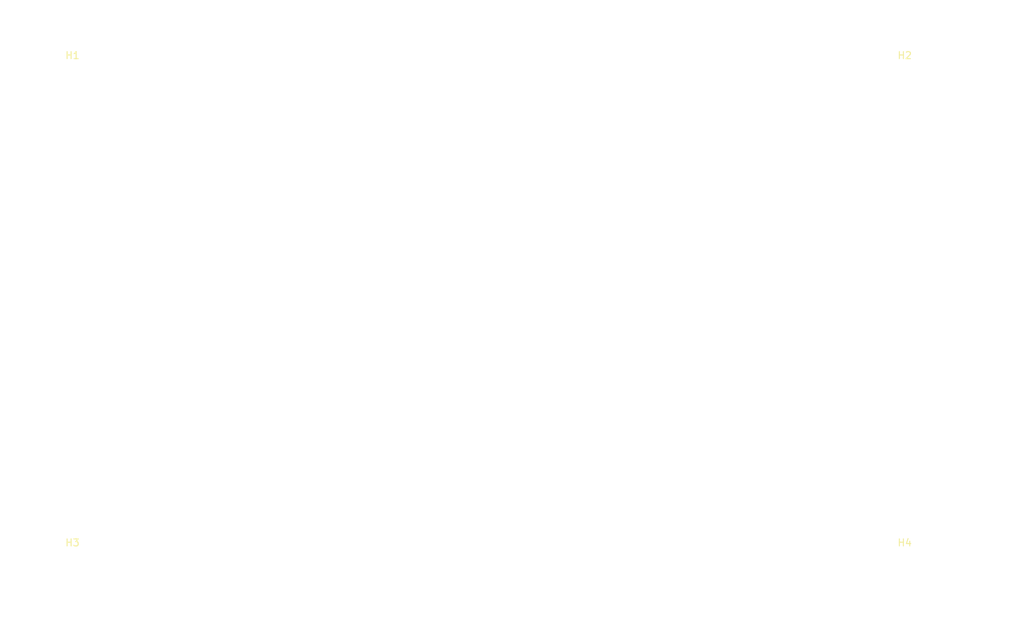
<source format=kicad_pcb>
(kicad_pcb (version 20210228) (generator pcbnew)
  (title_block (title "Enter Title On Page Setting Dialog") (rev "1") (company "KiCAD"))
  (layers (0 "F.Cu" signal) (31 "B.Cu" signal) (34 "B.Paste" user) (35 "F.Paste" user) (36 "B.SilkS" user "B.Silkscreen") (37 "F.SilkS" user "F.Silkscreen") (38 "B.Mask" user) (39 "F.Mask" user) (44 "Edge.Cuts" user))
  (net 0 "")
  (footprint "MountingHole:MountingHole_3.2mm_M3" (layer "F.Cu") (at 75.4 53.800001)
    (fp_text reference "H1" (at 5.16 -0.205) (layer "F.SilkS"))
    (fp_text value "MountingHole")
    (pad "1" np_thru_hole circle (at 0 0) (size 3.2 3.2) (drill 3.2) (layers *.Cu *.Mask))
  )
  (footprint "MountingHole:MountingHole_3.2mm_M3" (layer "F.Cu") (at 204.4 53.800001)
    (fp_text reference "H2" (at -5.26 -0.205) (layer "F.SilkS"))
    (fp_text value "MountingHole")
    (pad "1" np_thru_hole circle (at 0 0) (size 3.2 3.2) (drill 3.2) (layers *.Cu *.Mask))
  )
  (footprint "MountingHole:MountingHole_3.2mm_M3" (layer "F.Cu") (at 75.4 123.100001)
    (fp_text reference "H3" (at 5.16 -0.08) (layer "F.SilkS"))
    (fp_text value "MountingHole")
    (pad "1" np_thru_hole circle (at 0 0) (size 3.2 3.2) (drill 3.2) (layers *.Cu *.Mask))
  )
  (footprint "MountingHole:MountingHole_3.2mm_M3" (layer "F.Cu") (at 204.4 123.100001)
    (fp_text reference "H4" (at -5.26 -0.08) (layer "F.SilkS"))
    (fp_text value "MountingHole")
    (pad "1" np_thru_hole circle (at 0 0) (size 3.2 3.2) (drill 3.2) (layers *.Cu *.Mask))
  )
  (gr_line (start 70.4 48.800001) (end 70.4 128.100001) (layer "Edge.Cuts") (width 0.00254))
  (gr_line (start 70.4 128.100001) (end 209.4 128.100001) (layer "Edge.Cuts") (width 0.00254))
  (gr_line (start 209.4 48.800001) (end 70.4 48.800001) (layer "Edge.Cuts") (width 0.00254))
  (gr_line (start 209.4 48.800001) (end 209.4 128.100001) (layer "Edge.Cuts") (width 0.00254))
)
</source>
